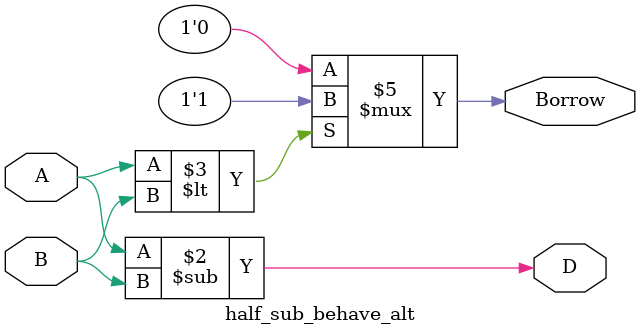
<source format=v>
module half_sub_behave_alt(
    input A,      // Minuendo
    input B,      // Subtraendo
    output reg D, // Diferença (A - B)
    output reg Borrow // Empréstimo
);
    // Bloco always para descrever o comportamento do circuito
    always @(*) begin
        D = A - B; // Diferença direta
        // Lógica para determinar o empréstimo (Borrow)
        if (A < B)
            Borrow = 1;
        else
            Borrow = 0;
    end
endmodule

</source>
